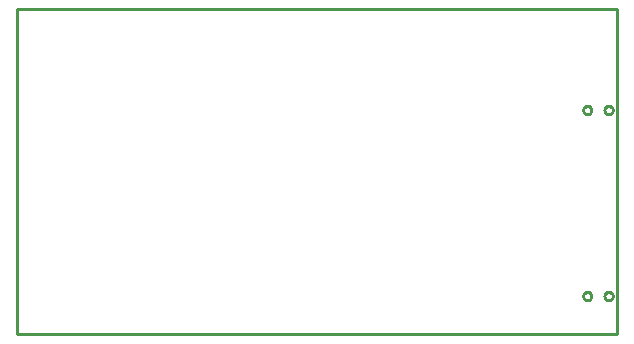
<source format=gbr>
G04 EAGLE Gerber RS-274X export*
G75*
%MOMM*%
%FSLAX34Y34*%
%LPD*%
%IN*%
%IPPOS*%
%AMOC8*
5,1,8,0,0,1.08239X$1,22.5*%
G01*
%ADD10C,0.254000*%


D10*
X-1200Y276400D02*
X-600Y1200D01*
X507400Y1200D01*
X506800Y276400D01*
X-1200Y276400D01*
X482254Y37000D02*
X482709Y36940D01*
X483152Y36821D01*
X483576Y36646D01*
X483974Y36416D01*
X484338Y36137D01*
X484662Y35813D01*
X484941Y35449D01*
X485171Y35051D01*
X485346Y34627D01*
X485465Y34184D01*
X485525Y33729D01*
X485525Y33271D01*
X485465Y32816D01*
X485346Y32373D01*
X485171Y31949D01*
X484941Y31551D01*
X484662Y31187D01*
X484338Y30863D01*
X483974Y30584D01*
X483576Y30354D01*
X483152Y30179D01*
X482709Y30060D01*
X482254Y30000D01*
X481796Y30000D01*
X481341Y30060D01*
X480898Y30179D01*
X480474Y30354D01*
X480076Y30584D01*
X479712Y30863D01*
X479388Y31187D01*
X479109Y31551D01*
X478879Y31949D01*
X478704Y32373D01*
X478585Y32816D01*
X478525Y33271D01*
X478525Y33729D01*
X478585Y34184D01*
X478704Y34627D01*
X478879Y35051D01*
X479109Y35449D01*
X479388Y35813D01*
X479712Y36137D01*
X480076Y36416D01*
X480474Y36646D01*
X480898Y36821D01*
X481341Y36940D01*
X481796Y37000D01*
X482254Y37000D01*
X500254Y37000D02*
X500709Y36940D01*
X501152Y36821D01*
X501576Y36646D01*
X501974Y36416D01*
X502338Y36137D01*
X502662Y35813D01*
X502941Y35449D01*
X503171Y35051D01*
X503346Y34627D01*
X503465Y34184D01*
X503525Y33729D01*
X503525Y33271D01*
X503465Y32816D01*
X503346Y32373D01*
X503171Y31949D01*
X502941Y31551D01*
X502662Y31187D01*
X502338Y30863D01*
X501974Y30584D01*
X501576Y30354D01*
X501152Y30179D01*
X500709Y30060D01*
X500254Y30000D01*
X499796Y30000D01*
X499341Y30060D01*
X498898Y30179D01*
X498474Y30354D01*
X498076Y30584D01*
X497712Y30863D01*
X497388Y31187D01*
X497109Y31551D01*
X496879Y31949D01*
X496704Y32373D01*
X496585Y32816D01*
X496525Y33271D01*
X496525Y33729D01*
X496585Y34184D01*
X496704Y34627D01*
X496879Y35051D01*
X497109Y35449D01*
X497388Y35813D01*
X497712Y36137D01*
X498076Y36416D01*
X498474Y36646D01*
X498898Y36821D01*
X499341Y36940D01*
X499796Y37000D01*
X500254Y37000D01*
X482254Y194550D02*
X482709Y194490D01*
X483152Y194371D01*
X483576Y194196D01*
X483974Y193966D01*
X484338Y193687D01*
X484662Y193363D01*
X484941Y192999D01*
X485171Y192601D01*
X485346Y192177D01*
X485465Y191734D01*
X485525Y191279D01*
X485525Y190821D01*
X485465Y190366D01*
X485346Y189923D01*
X485171Y189499D01*
X484941Y189101D01*
X484662Y188737D01*
X484338Y188413D01*
X483974Y188134D01*
X483576Y187904D01*
X483152Y187729D01*
X482709Y187610D01*
X482254Y187550D01*
X481796Y187550D01*
X481341Y187610D01*
X480898Y187729D01*
X480474Y187904D01*
X480076Y188134D01*
X479712Y188413D01*
X479388Y188737D01*
X479109Y189101D01*
X478879Y189499D01*
X478704Y189923D01*
X478585Y190366D01*
X478525Y190821D01*
X478525Y191279D01*
X478585Y191734D01*
X478704Y192177D01*
X478879Y192601D01*
X479109Y192999D01*
X479388Y193363D01*
X479712Y193687D01*
X480076Y193966D01*
X480474Y194196D01*
X480898Y194371D01*
X481341Y194490D01*
X481796Y194550D01*
X482254Y194550D01*
X500254Y194550D02*
X500709Y194490D01*
X501152Y194371D01*
X501576Y194196D01*
X501974Y193966D01*
X502338Y193687D01*
X502662Y193363D01*
X502941Y192999D01*
X503171Y192601D01*
X503346Y192177D01*
X503465Y191734D01*
X503525Y191279D01*
X503525Y190821D01*
X503465Y190366D01*
X503346Y189923D01*
X503171Y189499D01*
X502941Y189101D01*
X502662Y188737D01*
X502338Y188413D01*
X501974Y188134D01*
X501576Y187904D01*
X501152Y187729D01*
X500709Y187610D01*
X500254Y187550D01*
X499796Y187550D01*
X499341Y187610D01*
X498898Y187729D01*
X498474Y187904D01*
X498076Y188134D01*
X497712Y188413D01*
X497388Y188737D01*
X497109Y189101D01*
X496879Y189499D01*
X496704Y189923D01*
X496585Y190366D01*
X496525Y190821D01*
X496525Y191279D01*
X496585Y191734D01*
X496704Y192177D01*
X496879Y192601D01*
X497109Y192999D01*
X497388Y193363D01*
X497712Y193687D01*
X498076Y193966D01*
X498474Y194196D01*
X498898Y194371D01*
X499341Y194490D01*
X499796Y194550D01*
X500254Y194550D01*
M02*

</source>
